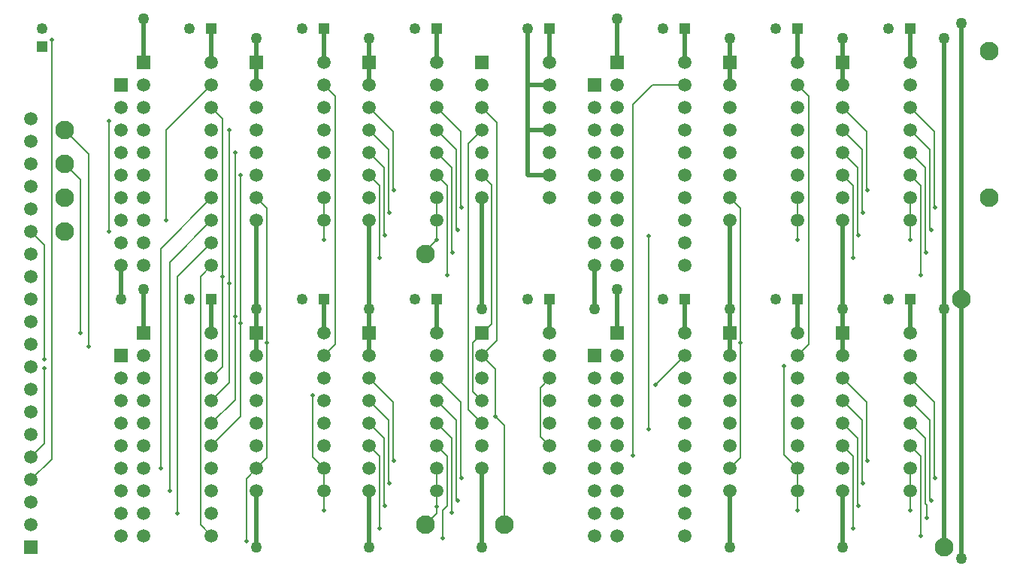
<source format=gtl>
G04*
G04 #@! TF.GenerationSoftware,Altium Limited,Altium Designer,21.9.1 (22)*
G04*
G04 Layer_Physical_Order=1*
G04 Layer_Color=255*
%FSLAX25Y25*%
%MOIN*%
G70*
G04*
G04 #@! TF.SameCoordinates,0A486EDA-56B9-4A0C-ABDC-9502F26F7F0D*
G04*
G04*
G04 #@! TF.FilePolarity,Positive*
G04*
G01*
G75*
%ADD26C,0.02000*%
%ADD27C,0.00800*%
%ADD28C,0.08268*%
%ADD29C,0.05906*%
%ADD30R,0.05906X0.05906*%
%ADD31R,0.05906X0.05906*%
%ADD32C,0.05906*%
%ADD33C,0.04921*%
%ADD34R,0.04921X0.04921*%
%ADD35R,0.04921X0.04921*%
%ADD36C,0.02000*%
%ADD37C,0.05000*%
D26*
X330157Y285000D02*
X340000D01*
X330157Y285000D02*
Y305000D01*
Y285000D02*
X330157Y285000D01*
X330157Y305000D02*
X340000D01*
X330157D02*
Y325000D01*
X340000D01*
X330157D02*
Y350000D01*
X210000Y120000D02*
Y145000D01*
X470000Y225739D02*
Y265000D01*
X420000Y225739D02*
Y265000D01*
X360000Y225739D02*
Y245000D01*
X310000Y225739D02*
Y275000D01*
X260000Y225739D02*
Y265000D01*
X210000Y225739D02*
Y265000D01*
X150000Y230000D02*
Y245000D01*
X160000Y215000D02*
Y234261D01*
Y234300D01*
X515000Y120000D02*
Y225597D01*
X522500Y230000D02*
Y352500D01*
Y115000D02*
Y230000D01*
X515000Y345739D02*
X515000Y225597D01*
X260000Y205000D02*
Y215000D01*
X210000Y205000D02*
Y215000D01*
Y325000D02*
Y335000D01*
X210016Y335016D02*
Y345724D01*
X260000Y325000D02*
Y335000D01*
X260016Y335016D02*
Y345724D01*
X420000Y325000D02*
Y335000D01*
X420016Y335016D02*
Y345724D01*
X420000Y205000D02*
Y215000D01*
X470000Y205000D02*
Y215000D01*
Y325000D02*
Y335000D01*
X470016Y335016D02*
Y345724D01*
Y215016D02*
Y225724D01*
X420016Y215016D02*
Y225724D01*
X210016Y215016D02*
Y225724D01*
X370000Y335000D02*
Y354261D01*
Y215000D02*
Y234261D01*
X260016Y215016D02*
Y225724D01*
X160000Y335000D02*
Y354300D01*
X500000Y335000D02*
Y350000D01*
X450000Y335000D02*
Y350000D01*
X400000Y335000D02*
Y350000D01*
X340000Y335000D02*
Y350000D01*
X290000Y335000D02*
Y350000D01*
X240000Y335000D02*
Y350000D01*
X190000Y335000D02*
Y350000D01*
X310000Y120000D02*
Y155000D01*
X260000Y120000D02*
Y145000D01*
X420000Y120000D02*
Y145000D01*
X470000Y120000D02*
Y145000D01*
X500000Y215000D02*
Y230000D01*
X450000Y215000D02*
Y230000D01*
X400000Y215000D02*
Y230000D01*
X340000Y215000D02*
Y230000D01*
X290000Y215000D02*
Y230000D01*
X240000Y215000D02*
Y230000D01*
X190000Y215000D02*
Y230000D01*
D27*
X384000Y172500D02*
Y258000D01*
X377000Y160753D02*
X377000Y316500D01*
X385500Y325000D01*
X400000D01*
X387000Y192000D02*
X400000Y205000D01*
X444000Y161000D02*
X450000Y155000D01*
X444000Y161000D02*
Y200500D01*
X135509Y209153D02*
Y294491D01*
X132000Y215000D02*
Y283000D01*
X125000Y290000D02*
X132000Y283000D01*
X125000Y305000D02*
X135509Y294491D01*
X116000Y203500D02*
Y254000D01*
X119212Y159213D02*
Y345000D01*
X119106Y344894D02*
X119106D01*
X119106Y344894D02*
X119212Y345000D01*
X119106Y314576D02*
Y344894D01*
X110000Y260000D02*
X116000Y254000D01*
Y166000D02*
Y199500D01*
X110000Y160000D02*
X116000Y166000D01*
X144500Y260000D02*
Y309153D01*
X316000Y178000D02*
X320000Y174000D01*
Y130000D02*
Y174000D01*
X310000Y205000D02*
X316000Y199000D01*
Y178000D02*
Y199000D01*
X235000Y160000D02*
X240000Y155000D01*
X235000Y160000D02*
Y187500D01*
X203000Y219500D02*
Y285000D01*
Y178000D02*
Y219500D01*
X190000Y165000D02*
X203000Y178000D01*
X314153Y273280D02*
Y280847D01*
X310000Y285000D02*
X314153Y280847D01*
X310000Y215000D02*
X314153Y219153D01*
Y273280D01*
X316563Y211562D02*
Y308437D01*
X310000Y205000D02*
X316563Y211562D01*
X310000Y315000D02*
X316563Y308437D01*
X304000Y299000D02*
X310000Y305000D01*
X304000Y181000D02*
Y299000D01*
Y181000D02*
X310000Y175000D01*
X335847Y169153D02*
X340000Y165000D01*
X335847Y190847D02*
X340000Y195000D01*
X335847Y169153D02*
Y190847D01*
X305847Y189153D02*
Y210847D01*
X310000Y215000D01*
X305847Y189153D02*
X310000Y185000D01*
X110000Y150000D02*
X119212Y159213D01*
X450000Y205000D02*
X455000Y210000D01*
Y320000D01*
X450000Y325000D02*
X455000Y320000D01*
X240000Y325000D02*
X245000Y320000D01*
Y210000D02*
Y320000D01*
X240000Y205000D02*
X245000Y210000D01*
X424567Y159567D02*
Y270433D01*
X214567Y159567D02*
Y270433D01*
X205500Y150500D02*
X210000Y155000D01*
X205500Y122800D02*
Y150500D01*
X290000Y135000D02*
Y138000D01*
X285000Y130000D02*
X290000Y135000D01*
X285000Y250000D02*
Y251300D01*
X290000Y256300D01*
X506500Y139551D02*
Y168500D01*
Y139551D02*
X507408Y138644D01*
Y133000D02*
Y138644D01*
X500000Y175000D02*
X506500Y168500D01*
X504500Y125000D02*
Y160500D01*
X510500Y151416D02*
X511068Y150847D01*
X508500Y141440D02*
X509092Y140847D01*
X500000Y165000D02*
X504500Y160500D01*
X508500Y141440D02*
Y176500D01*
X500000Y185000D02*
X508500Y176500D01*
X500000Y195000D02*
X510500Y184500D01*
Y151416D02*
Y184500D01*
X296500Y135334D02*
Y168500D01*
X294500Y138500D02*
Y160500D01*
X292500Y136500D02*
X294500Y138500D01*
X290000Y165000D02*
X294500Y160500D01*
X292500Y124198D02*
Y136500D01*
X292457Y124155D02*
X292500Y124198D01*
X298500Y141440D02*
Y176500D01*
Y141440D02*
X299092Y140847D01*
X290000Y175000D02*
X296500Y168500D01*
X300500Y151416D02*
Y184500D01*
X290000Y195000D02*
X300500Y184500D01*
X290000Y185000D02*
X298500Y176500D01*
X300500Y151416D02*
X301068Y150847D01*
X290000Y138000D02*
Y145000D01*
X420000Y155000D02*
X424567Y159567D01*
X420000Y275000D02*
X424567Y270433D01*
X210000Y275000D02*
X214567Y270433D01*
X210000Y155000D02*
X214567Y159567D01*
X185079Y129921D02*
X190000Y125000D01*
X185079Y240079D02*
X190000Y245000D01*
X185079Y129921D02*
Y240079D01*
X167500Y252500D02*
X190000Y275000D01*
X167500Y155000D02*
Y252500D01*
X171449Y145000D02*
Y246449D01*
X190000Y265000D01*
X175000Y135000D02*
Y240000D01*
X190000Y255000D01*
X195000Y200000D02*
Y240000D01*
Y310000D01*
X170000Y265000D02*
Y305000D01*
X190000Y325000D01*
Y175000D02*
X200500Y185500D01*
Y295000D01*
X190000Y185000D02*
X198000Y193000D01*
Y237061D01*
Y305000D01*
X190000Y195000D02*
X195000Y200000D01*
X190000Y315000D02*
X195000Y310000D01*
X240000Y265000D02*
Y275000D01*
Y256300D02*
Y265000D01*
X290000Y256300D02*
Y265000D01*
Y145000D02*
Y155000D01*
X240000Y136300D02*
Y145000D01*
X450000Y136300D02*
Y145000D01*
X500000Y136300D02*
Y145000D01*
Y256300D02*
Y265000D01*
X450000Y256300D02*
Y265000D01*
X240000Y145000D02*
Y155000D01*
X450000Y145000D02*
Y155000D01*
X500000Y145000D02*
Y155000D01*
Y265000D02*
Y275000D01*
X450000Y265000D02*
Y275000D01*
X290000Y265000D02*
Y275000D01*
X510500Y271416D02*
Y304500D01*
X500000Y315000D02*
X510500Y304500D01*
X500000Y305000D02*
X508500Y296500D01*
Y261440D02*
Y296500D01*
X500000Y285000D02*
X504500Y280500D01*
Y240847D02*
Y280500D01*
X506500Y251408D02*
X507060Y250847D01*
X500000Y295000D02*
X506500Y288500D01*
Y251408D02*
Y288500D01*
X508500Y261440D02*
X509092Y260847D01*
X510500Y271416D02*
X511068Y270847D01*
X300500Y271416D02*
X301068Y270847D01*
X298500Y261440D02*
X299092Y260847D01*
X296500Y251408D02*
Y288500D01*
X290000Y295000D02*
X296500Y288500D01*
Y251408D02*
X297060Y250847D01*
X294500Y240847D02*
Y280500D01*
X290000Y285000D02*
X294500Y280500D01*
X298500Y261440D02*
Y296500D01*
X290000Y305000D02*
X298500Y296500D01*
X290000Y315000D02*
X300500Y304500D01*
Y271416D02*
Y304500D01*
X260000Y165000D02*
X264500Y160500D01*
Y128500D02*
Y160500D01*
X266500Y139000D02*
X267000Y138500D01*
X260000Y175000D02*
X266500Y168500D01*
Y139000D02*
Y168500D01*
X268500Y149000D02*
X269000Y148500D01*
X268500Y149000D02*
Y176500D01*
X260000Y185000D02*
X268500Y176500D01*
X260000Y195000D02*
X270500Y184500D01*
Y159000D02*
Y184500D01*
Y159000D02*
X271000Y158500D01*
X470000Y165000D02*
X474500Y160500D01*
Y128500D02*
Y160500D01*
X476500Y139000D02*
X477000Y138500D01*
X470000Y175000D02*
X476500Y168500D01*
Y139000D02*
Y168500D01*
X478500Y149000D02*
X479000Y148500D01*
X478500Y149000D02*
Y176500D01*
X470000Y185000D02*
X478500Y176500D01*
X470000Y195000D02*
X480500Y184500D01*
Y159000D02*
Y184500D01*
Y159000D02*
X481000Y158500D01*
X470000Y285000D02*
X474500Y280500D01*
Y248500D02*
Y280500D01*
X476500Y259000D02*
X477000Y258500D01*
X470000Y295000D02*
X476500Y288500D01*
Y259000D02*
Y288500D01*
X478500Y269000D02*
X479000Y268500D01*
X478500Y269000D02*
Y296500D01*
X470000Y305000D02*
X478500Y296500D01*
X470000Y315000D02*
X480500Y304500D01*
Y279000D02*
Y304500D01*
Y279000D02*
X481000Y278500D01*
X270500Y279000D02*
X271000Y278500D01*
X270500Y279000D02*
Y304500D01*
X260000Y315000D02*
X270500Y304500D01*
X260000Y305000D02*
X268500Y296500D01*
Y269000D02*
Y296500D01*
Y269000D02*
X269000Y268500D01*
X266500Y259000D02*
Y288500D01*
X260000Y295000D02*
X266500Y288500D01*
Y259000D02*
X267000Y258500D01*
X264500Y248500D02*
Y280500D01*
X260000Y285000D02*
X264500Y280500D01*
D28*
X535000Y340000D02*
D03*
X320000Y130000D02*
D03*
X285000Y250000D02*
D03*
X125000Y275000D02*
D03*
X285000Y130000D02*
D03*
X125000Y290000D02*
D03*
Y260000D02*
D03*
Y305000D02*
D03*
X515000Y120000D02*
D03*
X522500Y230000D02*
D03*
X535000Y275000D02*
D03*
D29*
X240000Y265000D02*
D03*
Y275000D02*
D03*
Y285000D02*
D03*
Y295000D02*
D03*
Y305000D02*
D03*
Y315000D02*
D03*
Y325000D02*
D03*
Y335000D02*
D03*
X210000Y265000D02*
D03*
Y275000D02*
D03*
Y285000D02*
D03*
Y295000D02*
D03*
Y305000D02*
D03*
Y315000D02*
D03*
Y325000D02*
D03*
X290000Y265000D02*
D03*
Y275000D02*
D03*
Y285000D02*
D03*
Y295000D02*
D03*
Y305000D02*
D03*
Y315000D02*
D03*
Y325000D02*
D03*
Y335000D02*
D03*
X260000Y265000D02*
D03*
Y275000D02*
D03*
Y285000D02*
D03*
Y295000D02*
D03*
Y305000D02*
D03*
Y315000D02*
D03*
Y325000D02*
D03*
X290000Y145000D02*
D03*
Y155000D02*
D03*
Y165000D02*
D03*
Y175000D02*
D03*
Y185000D02*
D03*
Y195000D02*
D03*
Y205000D02*
D03*
Y215000D02*
D03*
X260000Y145000D02*
D03*
Y155000D02*
D03*
Y165000D02*
D03*
Y175000D02*
D03*
Y185000D02*
D03*
Y195000D02*
D03*
Y205000D02*
D03*
X310000Y325000D02*
D03*
Y315000D02*
D03*
Y305000D02*
D03*
Y295000D02*
D03*
Y285000D02*
D03*
Y275000D02*
D03*
X340000Y335000D02*
D03*
Y325000D02*
D03*
Y315000D02*
D03*
Y305000D02*
D03*
Y295000D02*
D03*
Y285000D02*
D03*
Y275000D02*
D03*
X470000Y325000D02*
D03*
Y315000D02*
D03*
Y305000D02*
D03*
Y295000D02*
D03*
Y285000D02*
D03*
Y275000D02*
D03*
Y265000D02*
D03*
X500000Y335000D02*
D03*
Y325000D02*
D03*
Y315000D02*
D03*
Y305000D02*
D03*
Y295000D02*
D03*
Y285000D02*
D03*
Y275000D02*
D03*
Y265000D02*
D03*
X310000Y205000D02*
D03*
Y195000D02*
D03*
Y185000D02*
D03*
Y175000D02*
D03*
Y165000D02*
D03*
Y155000D02*
D03*
X340000Y215000D02*
D03*
Y205000D02*
D03*
Y195000D02*
D03*
Y185000D02*
D03*
Y175000D02*
D03*
Y165000D02*
D03*
Y155000D02*
D03*
X190000Y125000D02*
D03*
Y135000D02*
D03*
Y145000D02*
D03*
Y155000D02*
D03*
Y165000D02*
D03*
Y175000D02*
D03*
Y185000D02*
D03*
Y195000D02*
D03*
Y215000D02*
D03*
X160000Y125000D02*
D03*
Y135000D02*
D03*
Y145000D02*
D03*
Y155000D02*
D03*
Y165000D02*
D03*
Y175000D02*
D03*
Y185000D02*
D03*
Y195000D02*
D03*
Y205000D02*
D03*
X210000D02*
D03*
Y195000D02*
D03*
Y185000D02*
D03*
Y175000D02*
D03*
Y165000D02*
D03*
Y155000D02*
D03*
Y145000D02*
D03*
X240000Y215000D02*
D03*
Y205000D02*
D03*
Y195000D02*
D03*
Y185000D02*
D03*
Y175000D02*
D03*
Y165000D02*
D03*
Y155000D02*
D03*
Y145000D02*
D03*
X400000Y125000D02*
D03*
Y135000D02*
D03*
Y145000D02*
D03*
Y155000D02*
D03*
Y165000D02*
D03*
Y175000D02*
D03*
Y185000D02*
D03*
Y195000D02*
D03*
Y215000D02*
D03*
X370000Y125000D02*
D03*
Y135000D02*
D03*
Y145000D02*
D03*
Y155000D02*
D03*
Y165000D02*
D03*
Y175000D02*
D03*
Y185000D02*
D03*
Y195000D02*
D03*
Y205000D02*
D03*
X470000D02*
D03*
Y195000D02*
D03*
Y185000D02*
D03*
Y175000D02*
D03*
Y165000D02*
D03*
Y155000D02*
D03*
Y145000D02*
D03*
X500000Y215000D02*
D03*
Y205000D02*
D03*
Y195000D02*
D03*
Y185000D02*
D03*
Y175000D02*
D03*
Y165000D02*
D03*
Y155000D02*
D03*
Y145000D02*
D03*
X420000Y325000D02*
D03*
Y315000D02*
D03*
Y305000D02*
D03*
Y295000D02*
D03*
Y285000D02*
D03*
Y275000D02*
D03*
Y265000D02*
D03*
X450000Y335000D02*
D03*
Y325000D02*
D03*
Y315000D02*
D03*
Y305000D02*
D03*
Y295000D02*
D03*
Y285000D02*
D03*
Y275000D02*
D03*
Y265000D02*
D03*
X420000Y205000D02*
D03*
Y195000D02*
D03*
Y185000D02*
D03*
Y175000D02*
D03*
Y165000D02*
D03*
Y155000D02*
D03*
Y145000D02*
D03*
X450000Y215000D02*
D03*
Y205000D02*
D03*
Y195000D02*
D03*
Y185000D02*
D03*
Y175000D02*
D03*
Y165000D02*
D03*
Y155000D02*
D03*
Y145000D02*
D03*
X190000Y245000D02*
D03*
Y255000D02*
D03*
Y265000D02*
D03*
Y275000D02*
D03*
Y285000D02*
D03*
Y295000D02*
D03*
Y305000D02*
D03*
Y315000D02*
D03*
Y335000D02*
D03*
X160000Y245000D02*
D03*
Y255000D02*
D03*
Y265000D02*
D03*
Y275000D02*
D03*
Y285000D02*
D03*
Y295000D02*
D03*
Y305000D02*
D03*
Y315000D02*
D03*
Y325000D02*
D03*
X400000Y245000D02*
D03*
Y255000D02*
D03*
Y265000D02*
D03*
Y275000D02*
D03*
Y285000D02*
D03*
Y295000D02*
D03*
Y305000D02*
D03*
Y315000D02*
D03*
Y335000D02*
D03*
X370000Y245000D02*
D03*
Y255000D02*
D03*
Y265000D02*
D03*
Y275000D02*
D03*
Y285000D02*
D03*
Y295000D02*
D03*
Y305000D02*
D03*
Y315000D02*
D03*
Y325000D02*
D03*
D30*
X210000Y335000D02*
D03*
X260000D02*
D03*
Y215000D02*
D03*
X310000Y335000D02*
D03*
X470000D02*
D03*
X310000Y215000D02*
D03*
X160000D02*
D03*
X210000D02*
D03*
X370000D02*
D03*
X470000D02*
D03*
X420000Y335000D02*
D03*
Y215000D02*
D03*
X160000Y335000D02*
D03*
X370000D02*
D03*
D31*
X150000Y325000D02*
D03*
Y205000D02*
D03*
X360000D02*
D03*
Y325000D02*
D03*
X110000Y120000D02*
D03*
D32*
X150000Y305000D02*
D03*
Y295000D02*
D03*
Y285000D02*
D03*
Y275000D02*
D03*
Y265000D02*
D03*
Y255000D02*
D03*
Y245000D02*
D03*
Y315000D02*
D03*
Y185000D02*
D03*
Y175000D02*
D03*
Y165000D02*
D03*
Y155000D02*
D03*
Y145000D02*
D03*
Y135000D02*
D03*
Y125000D02*
D03*
Y195000D02*
D03*
X360000Y185000D02*
D03*
Y175000D02*
D03*
Y165000D02*
D03*
Y155000D02*
D03*
Y145000D02*
D03*
Y135000D02*
D03*
Y125000D02*
D03*
Y195000D02*
D03*
Y305000D02*
D03*
Y295000D02*
D03*
Y285000D02*
D03*
Y275000D02*
D03*
Y265000D02*
D03*
Y255000D02*
D03*
Y245000D02*
D03*
Y315000D02*
D03*
X110000Y130000D02*
D03*
Y140000D02*
D03*
Y150000D02*
D03*
Y160000D02*
D03*
Y170000D02*
D03*
Y180000D02*
D03*
Y190000D02*
D03*
Y200000D02*
D03*
Y210000D02*
D03*
Y220000D02*
D03*
Y230000D02*
D03*
Y240000D02*
D03*
Y250000D02*
D03*
Y260000D02*
D03*
Y270000D02*
D03*
Y280000D02*
D03*
Y290000D02*
D03*
Y300000D02*
D03*
Y310000D02*
D03*
X190000Y205000D02*
D03*
X400000D02*
D03*
X190000Y325000D02*
D03*
X400000D02*
D03*
D33*
X330157Y350000D02*
D03*
Y230000D02*
D03*
X180157D02*
D03*
X280157D02*
D03*
X230157D02*
D03*
X180157Y350000D02*
D03*
X280157D02*
D03*
X230157D02*
D03*
X390158Y230000D02*
D03*
X490158D02*
D03*
X440158D02*
D03*
X390158Y350000D02*
D03*
X490158D02*
D03*
X440158D02*
D03*
X115000D02*
D03*
D34*
X340000D02*
D03*
Y230000D02*
D03*
X190000D02*
D03*
X290000D02*
D03*
X240000D02*
D03*
X190000Y350000D02*
D03*
X290000D02*
D03*
X240000D02*
D03*
X400000Y230000D02*
D03*
X500000D02*
D03*
X450000D02*
D03*
X400000Y350000D02*
D03*
X500000D02*
D03*
X450000D02*
D03*
D35*
X115000Y342126D02*
D03*
D36*
X384000Y172500D02*
D03*
Y258000D02*
D03*
X377000Y160753D02*
D03*
X387000Y192000D02*
D03*
X444000Y200500D02*
D03*
X135500Y209153D02*
D03*
X132000Y215000D02*
D03*
X116000Y203500D02*
D03*
Y199500D02*
D03*
X144500Y309153D02*
D03*
Y260000D02*
D03*
X316000Y178000D02*
D03*
X235000Y187500D02*
D03*
X203000Y219500D02*
D03*
X119212Y345000D02*
D03*
X511068Y270847D02*
D03*
X214567Y210753D02*
D03*
X424567D02*
D03*
X205500Y122800D02*
D03*
X507408Y133000D02*
D03*
X504500Y125000D02*
D03*
X509092Y140847D02*
D03*
X511068Y150847D02*
D03*
X296500Y135334D02*
D03*
X292457Y124155D02*
D03*
X299092Y140847D02*
D03*
X301068Y150847D02*
D03*
X290000Y138000D02*
D03*
X175000Y135000D02*
D03*
X171449Y145000D02*
D03*
X167500Y155000D02*
D03*
X170000Y265000D02*
D03*
X203000Y285000D02*
D03*
X200500Y295000D02*
D03*
Y222500D02*
D03*
X198000Y305000D02*
D03*
Y237061D02*
D03*
X195000Y240000D02*
D03*
X240000Y256300D02*
D03*
X290000D02*
D03*
X240000Y136300D02*
D03*
X450000D02*
D03*
X500000D02*
D03*
Y256300D02*
D03*
X450000D02*
D03*
X504500Y240847D02*
D03*
X507060Y250847D02*
D03*
X509092Y260847D02*
D03*
X301068Y270847D02*
D03*
X299092Y260847D02*
D03*
X297060Y250847D02*
D03*
X294500Y240847D02*
D03*
X264500Y128500D02*
D03*
X267000Y138500D02*
D03*
X269000Y148500D02*
D03*
X271000Y158500D02*
D03*
X474500Y128500D02*
D03*
X477000Y138500D02*
D03*
X479000Y148500D02*
D03*
X481000Y158500D02*
D03*
X474500Y248500D02*
D03*
X477000Y258500D02*
D03*
X479000Y268500D02*
D03*
X481000Y278500D02*
D03*
X271000D02*
D03*
X269000Y268500D02*
D03*
X267000Y258500D02*
D03*
X264500Y248500D02*
D03*
D37*
X210000Y120000D02*
D03*
X360000Y225739D02*
D03*
X310000D02*
D03*
X150000Y230000D02*
D03*
X160000Y234300D02*
D03*
X515000Y225597D02*
D03*
X522500Y352500D02*
D03*
X515000Y345739D02*
D03*
X522500Y115000D02*
D03*
X210000Y345739D02*
D03*
X260000D02*
D03*
X420000D02*
D03*
X470000D02*
D03*
Y225739D02*
D03*
X420000D02*
D03*
X210000D02*
D03*
X369984Y354261D02*
D03*
Y234261D02*
D03*
X260000Y225739D02*
D03*
X160000Y354300D02*
D03*
X310000Y120000D02*
D03*
X260000D02*
D03*
X420000D02*
D03*
X470000D02*
D03*
M02*

</source>
